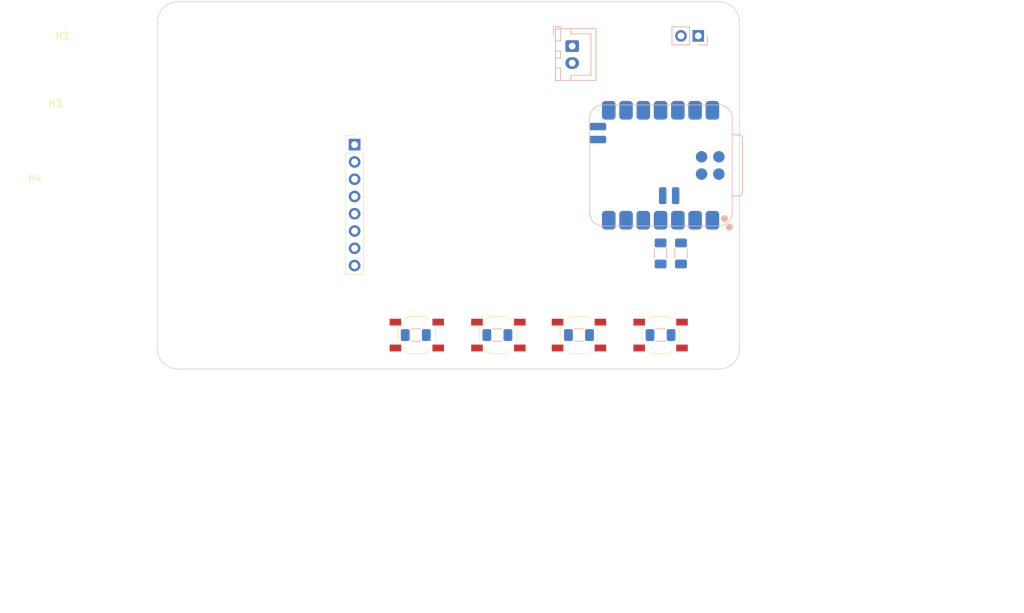
<source format=kicad_pcb>
(kicad_pcb (version 20241229) (generator "pcbnew") (generator_version "9.0")
  (title_block (title "PCB Business Card PCB") (date "2025-06-12") (rev "1.0") (company "Ranil Ganlath"))
  (layers (0 "F.Cu" signal) (2 "B.Cu" power) (13 "F.Paste" user) (15 "B.Paste" user) (5 "F.SilkS" user "F.Silkscreen") (7 "B.SilkS" user "B.Silkscreen") (1 "F.Mask" user) (3 "B.Mask" user) (25 "Edge.Cuts" user))
  (net 0 "")
  (net 1 "GND")
  (net 2 "Net-(BT1-Pin_1)")
  (net 3 "-BATT")
  (net 4 "MOSI")
  (net 5 "GPIO9")
  (net 6 "GPIO6")
  (net 7 "SCK")
  (net 8 "+BATT")
  (net 9 "GPIO0")
  (net 10 "GPIO3")
  (net 12 "+3.3V")
  (net 19 "GPIO7")
  (net 20 "GPIO5")
  (net 21 "GPIO4")
  (net 22 "GPIO2")
  (net 23 "GPIO1")
  (footprint "MountingHole:MountingHole_3mm" (layer "F.Cu") (at 45 45)
    (property "Reference" "H3" (at 0 -4 0) (layer "F.SilkS"))
    (property "Value" "MountingHole")
    (pad "" np_thru_hole circle (at 0 0) (size 3 3) (drill 3) (layers "*.Cu" "*.Mask"))
  )
  (footprint "MountingHole:MountingHole_3mm" (layer "F.Cu") (at 50 29)
    (property "Reference" "H1" (hide yes))
    (property "Value" "MountingHole")
    (pad "" np_thru_hole circle (at 0 0) (size 3 3) (drill 3) (layers "*.Cu" "*.Mask"))
  )
  (footprint "Button_Switch_SMD:SW_SPST_TL3342" (layer "F.Cu") (at 134 75)
    (property "Reference" "SW2" (hide yes))
    (property "Value" "SW_Push")
    (fp_line (start -2.75 -1) (end -2.75 1) (stroke (width 0.12)) (layer "F.SilkS"))
    (fp_line (start -1.7 -2.3) (end -1.25 -2.75) (stroke (width 0.12)) (layer "F.SilkS"))
    (fp_line (start -1.7 2.3) (end -1.25 2.75) (stroke (width 0.12)) (layer "F.SilkS"))
    (fp_line (start -1.25 -2.75) (end 1.25 -2.75) (stroke (width 0.12)) (layer "F.SilkS"))
    (fp_line (start -1.25 2.75) (end 1.25 2.75) (stroke (width 0.12)) (layer "F.SilkS"))
    (fp_line (start 1.7 -2.3) (end 1.25 -2.75) (stroke (width 0.12)) (layer "F.SilkS"))
    (fp_line (start 1.7 2.3) (end 1.25 2.75) (stroke (width 0.12)) (layer "F.SilkS"))
    (fp_line (start 2.75 -1) (end 2.75 1) (stroke (width 0.12)) (layer "F.SilkS"))
    (pad "1" smd rect (at -3.15 -1.9) (size 1.7 1) (layers "F.Cu" "F.Mask" "F.Paste") (net 12 "+3.3V"))
    (pad "1" smd rect (at 3.15 -1.9) (size 1.7 1) (layers "F.Cu" "F.Mask" "F.Paste") (net 12 "+3.3V"))
    (pad "2" smd rect (at -3.15 1.9) (size 1.7 1) (layers "F.Cu" "F.Mask" "F.Paste") (net 9 "GPIO0"))
    (pad "2" smd rect (at 3.15 1.9) (size 1.7 1) (layers "F.Cu" "F.Mask" "F.Paste") (net 9 "GPIO0"))
  )
  (footprint "MountingHole:MountingHole_3mm" (layer "F.Cu") (at 42 56)
    (property "Reference" "H4" (at 0 -4 0) (layer "F.SilkS"))
    (property "Value" "MountingHole")
    (pad "" np_thru_hole circle (at 0 0) (size 3 3) (drill 3) (layers "*.Cu" "*.Mask"))
  )
  (footprint "MountingHole:MountingHole_3mm" (layer "F.Cu") (at 46 35)
    (property "Reference" "H2" (at 0 -4 0) (layer "F.SilkS"))
    (property "Value" "MountingHole")
    (pad "" np_thru_hole circle (at 0 0) (size 3 3) (drill 3) (layers "*.Cu" "*.Mask"))
  )
  (footprint "Button_Switch_SMD:SW_SPST_TL3342" (layer "F.Cu") (at 98.15 75)
    (property "Reference" "SW5" (hide yes))
    (property "Value" "SW_Push")
    (fp_line (start -2.75 -1) (end -2.75 1) (stroke (width 0.12)) (layer "F.SilkS"))
    (fp_line (start -1.7 -2.3) (end -1.25 -2.75) (stroke (width 0.12)) (layer "F.SilkS"))
    (fp_line (start -1.7 2.3) (end -1.25 2.75) (stroke (width 0.12)) (layer "F.SilkS"))
    (fp_line (start -1.25 -2.75) (end 1.25 -2.75) (stroke (width 0.12)) (layer "F.SilkS"))
    (fp_line (start -1.25 2.75) (end 1.25 2.75) (stroke (width 0.12)) (layer "F.SilkS"))
    (fp_line (start 1.7 -2.3) (end 1.25 -2.75) (stroke (width 0.12)) (layer "F.SilkS"))
    (fp_line (start 1.7 2.3) (end 1.25 2.75) (stroke (width 0.12)) (layer "F.SilkS"))
    (fp_line (start 2.75 -1) (end 2.75 1) (stroke (width 0.12)) (layer "F.SilkS"))
    (pad "1" smd rect (at -3.15 -1.9) (size 1.7 1) (layers "F.Cu" "F.Mask" "F.Paste") (net 12 "+3.3V"))
    (pad "1" smd rect (at 3.15 -1.9) (size 1.7 1) (layers "F.Cu" "F.Mask" "F.Paste") (net 12 "+3.3V"))
    (pad "2" smd rect (at -3.15 1.9) (size 1.7 1) (layers "F.Cu" "F.Mask" "F.Paste") (net 10 "GPIO3"))
    (pad "2" smd rect (at 3.15 1.9) (size 1.7 1) (layers "F.Cu" "F.Mask" "F.Paste") (net 10 "GPIO3"))
  )
  (footprint "Button_Switch_SMD:SW_SPST_TL3342" (layer "F.Cu") (at 122 75)
    (property "Reference" "SW3" (hide yes))
    (property "Value" "SW_Push")
    (fp_line (start -2.75 -1) (end -2.75 1) (stroke (width 0.12)) (layer "F.SilkS"))
    (fp_line (start -1.7 -2.3) (end -1.25 -2.75) (stroke (width 0.12)) (layer "F.SilkS"))
    (fp_line (start -1.7 2.3) (end -1.25 2.75) (stroke (width 0.12)) (layer "F.SilkS"))
    (fp_line (start -1.25 -2.75) (end 1.25 -2.75) (stroke (width 0.12)) (layer "F.SilkS"))
    (fp_line (start -1.25 2.75) (end 1.25 2.75) (stroke (width 0.12)) (layer "F.SilkS"))
    (fp_line (start 1.7 -2.3) (end 1.25 -2.75) (stroke (width 0.12)) (layer "F.SilkS"))
    (fp_line (start 1.7 2.3) (end 1.25 2.75) (stroke (width 0.12)) (layer "F.SilkS"))
    (fp_line (start 2.75 -1) (end 2.75 1) (stroke (width 0.12)) (layer "F.SilkS"))
    (pad "1" smd rect (at -3.15 -1.9) (size 1.7 1) (layers "F.Cu" "F.Mask" "F.Paste") (net 12 "+3.3V"))
    (pad "1" smd rect (at 3.15 -1.9) (size 1.7 1) (layers "F.Cu" "F.Mask" "F.Paste") (net 12 "+3.3V"))
    (pad "2" smd rect (at -3.15 1.9) (size 1.7 1) (layers "F.Cu" "F.Mask" "F.Paste") (net 23 "GPIO1"))
    (pad "2" smd rect (at 3.15 1.9) (size 1.7 1) (layers "F.Cu" "F.Mask" "F.Paste") (net 23 "GPIO1"))
  )
  (footprint "Button_Switch_SMD:SW_SPST_TL3342" (layer "F.Cu") (at 110.15 75)
    (property "Reference" "SW4" (hide yes))
    (property "Value" "SW_Push")
    (fp_line (start -2.75 -1) (end -2.75 1) (stroke (width 0.12)) (layer "F.SilkS"))
    (fp_line (start -1.7 -2.3) (end -1.25 -2.75) (stroke (width 0.12)) (layer "F.SilkS"))
    (fp_line (start -1.7 2.3) (end -1.25 2.75) (stroke (width 0.12)) (layer "F.SilkS"))
    (fp_line (start -1.25 -2.75) (end 1.25 -2.75) (stroke (width 0.12)) (layer "F.SilkS"))
    (fp_line (start -1.25 2.75) (end 1.25 2.75) (stroke (width 0.12)) (layer "F.SilkS"))
    (fp_line (start 1.7 -2.3) (end 1.25 -2.75) (stroke (width 0.12)) (layer "F.SilkS"))
    (fp_line (start 1.7 2.3) (end 1.25 2.75) (stroke (width 0.12)) (layer "F.SilkS"))
    (fp_line (start 2.75 -1) (end 2.75 1) (stroke (width 0.12)) (layer "F.SilkS"))
    (pad "1" smd rect (at -3.15 -1.9) (size 1.7 1) (layers "F.Cu" "F.Mask" "F.Paste") (net 12 "+3.3V"))
    (pad "1" smd rect (at 3.15 -1.9) (size 1.7 1) (layers "F.Cu" "F.Mask" "F.Paste") (net 12 "+3.3V"))
    (pad "2" smd rect (at -3.15 1.9) (size 1.7 1) (layers "F.Cu" "F.Mask" "F.Paste") (net 22 "GPIO2"))
    (pad "2" smd rect (at 3.15 1.9) (size 1.7 1) (layers "F.Cu" "F.Mask" "F.Paste") (net 22 "GPIO2"))
  )
  (footprint "Connector_PinHeader_2.54mm:PinHeader_1x08_P2.54mm_Vertical" (layer "F.Cu") (at 89 47)
    (property "Reference" "J1" (hide yes))
    (property "Value" "1-14in IPS ST7789V Display")
    (fp_line (start -1.33 -1.33) (end 0 -1.33) (stroke (width 0.12)) (layer "F.SilkS"))
    (fp_line (start -1.33 0) (end -1.33 -1.33) (stroke (width 0.12)) (layer "F.SilkS"))
    (fp_line (start -1.33 1.27) (end -1.33 19.11) (stroke (width 0.12)) (layer "F.SilkS"))
    (fp_line (start -1.33 1.27) (end 1.33 1.27) (stroke (width 0.12)) (layer "F.SilkS"))
    (fp_line (start -1.33 19.11) (end 1.33 19.11) (stroke (width 0.12)) (layer "F.SilkS"))
    (fp_line (start 1.33 1.27) (end 1.33 19.11) (stroke (width 0.12)) (layer "F.SilkS"))
    (pad "1" thru_hole rect (at 0 0) (size 1.7 1.7) (drill 1) (layers "*.Cu" "*.Mask") (net 1 "GND"))
    (pad "2" thru_hole oval (at 0 2.54) (size 1.7 1.7) (drill 1) (layers "*.Cu" "*.Mask") (net 12 "+3.3V"))
    (pad "3" thru_hole oval (at 0 5.08) (size 1.7 1.7) (drill 1) (layers "*.Cu" "*.Mask") (net 7 "SCK"))
    (pad "4" thru_hole oval (at 0 7.62) (size 1.7 1.7) (drill 1) (layers "*.Cu" "*.Mask") (net 4 "MOSI"))
    (pad "5" thru_hole oval (at 0 10.16) (size 1.7 1.7) (drill 1) (layers "*.Cu" "*.Mask") (net 5 "GPIO9"))
    (pad "6" thru_hole oval (at 0 12.7) (size 1.7 1.7) (drill 1) (layers "*.Cu" "*.Mask") (net 19 "GPIO7"))
    (pad "7" thru_hole oval (at 0 15.24) (size 1.7 1.7) (drill 1) (layers "*.Cu" "*.Mask") (net 6 "GPIO6"))
    (pad "8" thru_hole oval (at 0 17.78) (size 1.7 1.7) (drill 1) (layers "*.Cu" "*.Mask") (net 20 "GPIO5"))
  )
  (footprint "Resistor_SMD:R_1206_3216Metric_Pad1.30x1.75mm_HandSolder" (layer "B.Cu") (at 134 63 -90)
    (property "Reference" "R1" (hide yes))
    (property "Value" "10kohm")
    (fp_line (start -0.727064 0.91) (end 0.727064 0.91) (stroke (width 0.12)) (layer "B.SilkS"))
    (fp_line (start -0.727064 -0.91) (end 0.727064 -0.91) (stroke (width 0.12)) (layer "B.SilkS"))
    (pad "1" smd roundrect (at -1.55 0 270) (size 1.3 1.75) (layers "B.Cu" "B.Mask" "B.Paste") (roundrect_rratio 0.192308) (net 8 "+BATT"))
    (pad "2" smd roundrect (at 1.55 0 270) (size 1.3 1.75) (layers "B.Cu" "B.Mask" "B.Paste") (roundrect_rratio 0.192308) (net 21 "GPIO4"))
  )
  (footprint "Resistor_SMD:R_1206_3216Metric_Pad1.30x1.75mm_HandSolder" (layer "B.Cu") (at 122 75)
    (property "Reference" "R4" (hide yes))
    (property "Value" "10kohm")
    (fp_line (start -0.727064 -0.91) (end 0.727064 -0.91) (stroke (width 0.12)) (layer "B.SilkS"))
    (fp_line (start -0.727064 0.91) (end 0.727064 0.91) (stroke (width 0.12)) (layer "B.SilkS"))
    (pad "1" smd roundrect (at -1.55 0) (size 1.3 1.75) (layers "B.Cu" "B.Mask" "B.Paste") (roundrect_rratio 0.192308) (net 23 "GPIO1"))
    (pad "2" smd roundrect (at 1.55 0) (size 1.3 1.75) (layers "B.Cu" "B.Mask" "B.Paste") (roundrect_rratio 0.192308) (net 1 "GND"))
  )
  (footprint "Connector_JST:JST_XH_B2B-XH-A_1x02_P2.50mm_Vertical" (layer "B.Cu") (at 121 32.5 -90)
    (property "Reference" "BT1" (hide yes))
    (property "Value" "Lipo Connector")
    (fp_line (start -2.85 2.75) (end -2.85 1.5) (stroke (width 0.12)) (layer "B.SilkS"))
    (fp_line (start -1.6 2.75) (end -2.85 2.75) (stroke (width 0.12)) (layer "B.SilkS"))
    (fp_line (start -2.56 2.46) (end -2.56 -3.51) (stroke (width 0.12)) (layer "B.SilkS"))
    (fp_line (start 5.06 2.46) (end -2.56 2.46) (stroke (width 0.12)) (layer "B.SilkS"))
    (fp_line (start -2.55 2.45) (end -2.55 1.7) (stroke (width 0.12)) (layer "B.SilkS"))
    (fp_line (start -0.75 2.45) (end -2.55 2.45) (stroke (width 0.12)) (layer "B.SilkS"))
    (fp_line (start 0.75 2.45) (end 0.75 1.7) (stroke (width 0.12)) (layer "B.SilkS"))
    (fp_line (start 1.75 2.45) (end 0.75 2.45) (stroke (width 0.12)) (layer "B.SilkS"))
    (fp_line (start 3.25 2.45) (end 3.25 1.7) (stroke (width 0.12)) (layer "B.SilkS"))
    (fp_line (start 5.05 2.45) (end 3.25 2.45) (stroke (width 0.12)) (layer "B.SilkS"))
    (fp_line (start -2.55 1.7) (end -0.75 1.7) (stroke (width 0.12)) (layer "B.SilkS"))
    (fp_line (start -0.75 1.7) (end -0.75 2.45) (stroke (width 0.12)) (layer "B.SilkS"))
    (fp_line (start 0.75 1.7) (end 1.75 1.7) (stroke (width 0.12)) (layer "B.SilkS"))
    (fp_line (start 1.75 1.7) (end 1.75 2.45) (stroke (width 0.12)) (layer "B.SilkS"))
    (fp_line (start 3.25 1.7) (end 5.05 1.7) (stroke (width 0.12)) (layer "B.SilkS"))
    (fp_line (start 5.05 1.7) (end 5.05 2.45) (stroke (width 0.12)) (layer "B.SilkS"))
    (fp_line (start -2.55 0.2) (end -1.8 0.2) (stroke (width 0.12)) (layer "B.SilkS"))
    (fp_line (start -1.8 0.2) (end -1.8 -2.75) (stroke (width 0.12)) (layer "B.SilkS"))
    (fp_line (start 4.3 0.2) (end 4.3 -2.75) (stroke (width 0.12)) (layer "B.SilkS"))
    (fp_line (start 5.05 0.2) (end 4.3 0.2) (stroke (width 0.12)) (layer "B.SilkS"))
    (fp_line (start -1.8 -2.75) (end 1.25 -2.75) (stroke (width 0.12)) (layer "B.SilkS"))
    (fp_line (start 4.3 -2.75) (end 1.25 -2.75) (stroke (width 0.12)) (layer "B.SilkS"))
    (fp_line (start -2.56 -3.51) (end 5.06 -3.51) (stroke (width 0.12)) (layer "B.SilkS"))
    (fp_line (start 5.06 -3.51) (end 5.06 2.46) (stroke (width 0.12)) (layer "B.SilkS"))
    (pad "1" thru_hole roundrect (at 0 0 270) (size 1.7 2) (drill 1) (layers "*.Cu" "*.Mask") (roundrect_rratio 0.147059) (net 2 "Net-(BT1-Pin_1)"))
    (pad "2" thru_hole oval (at 2.5 0 270) (size 1.7 2) (drill 1) (layers "*.Cu" "*.Mask") (net 3 "-BATT"))
  )
  (footprint "Resistor_SMD:R_1206_3216Metric_Pad1.30x1.75mm_HandSolder" (layer "B.Cu") (at 134 75)
    (property "Reference" "R3" (hide yes))
    (property "Value" "10kohm")
    (fp_line (start -0.727064 -0.91) (end 0.727064 -0.91) (stroke (width 0.12)) (layer "B.SilkS"))
    (fp_line (start -0.727064 0.91) (end 0.727064 0.91) (stroke (width 0.12)) (layer "B.SilkS"))
    (pad "1" smd roundrect (at -1.55 0) (size 1.3 1.75) (layers "B.Cu" "B.Mask" "B.Paste") (roundrect_rratio 0.192308) (net 9 "GPIO0"))
    (pad "2" smd roundrect (at 1.55 0) (size 1.3 1.75) (layers "B.Cu" "B.Mask" "B.Paste") (roundrect_rratio 0.192308) (net 1 "GND"))
  )
  (footprint "GanlathLib:XIAO-nRF52840-SMD" (layer "B.Cu") (at 134 50 90)
    (property "Reference" "U1" (hide yes))
    (property "Value" "XIAO nRF52840")
    (fp_line (start -7.04 -10.418) (end 6.93 -10.418) (stroke (width 0.1)) (layer "B.SilkS"))
    (fp_line (start 8.835 -8.513) (end 8.835 8.632) (stroke (width 0.1)) (layer "B.SilkS"))
    (fp_line (start -8.945 -8.513) (end -8.945 8.632) (stroke (width 0.1)) (layer "B.SilkS"))
    (fp_line (start 6.93 10.537) (end -7.04 10.537) (stroke (width 0.1)) (layer "B.SilkS"))
    (fp_line (start -4.55 10.537) (end -4.546272 11.547272) (stroke (width 0.127)) (layer "B.SilkS"))
    (fp_line (start 4.449 11.547) (end 4.449 10.537) (stroke (width 0.127)) (layer "B.SilkS"))
    (fp_line (start -4.046272 12.047) (end 3.949 12.047) (stroke (width 0.127)) (layer "B.SilkS"))
    (fp_arc (start 6.93 -10.418) (mid 8.277038 -9.860038) (end 8.835 -8.513) (stroke (width 0.1)) (layer "B.SilkS"))
    (fp_arc (start -8.945 -8.513) (mid -8.387038 -9.860038) (end -7.04 -10.418) (stroke (width 0.1)) (layer "B.SilkS"))
    (fp_arc (start 8.835 8.632) (mid 8.277024 9.979024) (end 6.93 10.537) (stroke (width 0.1)) (layer "B.SilkS"))
    (fp_arc (start -7.04 10.541) (mid -8.387038 9.983038) (end -8.945 8.636) (stroke (width 0.1)) (layer "B.SilkS"))
    (fp_arc (start 4.449 11.547) (mid 4.302524 11.900524) (end 3.949 12.047) (stroke (width 0.127)) (layer "B.SilkS"))
    (fp_arc (start -4.046272 12.047) (mid -4.399724 11.900644) (end -4.546272 11.547272) (stroke (width 0.127)) (layer "B.SilkS"))
    (fp_circle (center -7.881 9.404) (end -7.881 9.658) (stroke (width 0.5)) (fill yes) (layer "B.SilkS"))
    (fp_circle (center -9.155 10.121) (end -9.155 10.375) (stroke (width 0.5)) (fill yes) (layer "B.SilkS"))
    (pad "1" smd roundrect (at -8.11 7.62 90) (size 2.75 2) (layers "B.Cu" "B.Mask" "B.Paste") (net 9 "GPIO0"))
    (pad "2" smd roundrect (at -8.11 5.08 90) (size 2.75 2) (layers "B.Cu" "B.Mask" "B.Paste") (net 23 "GPIO1"))
    (pad "3" smd roundrect (at -8.11 2.54 90) (size 2.75 2) (layers "B.Cu" "B.Mask" "B.Paste") (net 22 "GPIO2"))
    (pad "4" smd roundrect (at -8.11 0 90) (size 2.75 2) (layers "B.Cu" "B.Mask" "B.Paste") (net 10 "GPIO3"))
    (pad "5" smd roundrect (at -8.11 -2.54 90) (size 2.75 2) (layers "B.Cu" "B.Mask" "B.Paste") (net 21 "GPIO4"))
    (pad "6" smd roundrect (at -8.11 -5.08 90) (size 2.75 2) (layers "B.Cu" "B.Mask" "B.Paste") (net 20 "GPIO5"))
    (pad "7" smd roundrect (at -8.11 -7.62 90) (size 2.75 2) (layers "B.Cu" "B.Mask" "B.Paste") (net 6 "GPIO6"))
    (pad "8" smd roundrect (at 8.055 -7.62 90) (size 2.75 2) (layers "B.Cu" "B.Mask" "B.Paste") (net 19 "GPIO7"))
    (pad "9" smd roundrect (at 8.055 -5.08 90) (size 2.75 2) (layers "B.Cu" "B.Mask" "B.Paste") (net 7 "SCK"))
    (pad "10" smd roundrect (at 8.055 -2.54 90) (size 2.75 2) (layers "B.Cu" "B.Mask" "B.Paste") (net 5 "GPIO9"))
    (pad "11" smd roundrect (at 8.055 0 90) (size 2.75 2) (layers "B.Cu" "B.Mask" "B.Paste") (net 4 "MOSI"))
    (pad "12" smd roundrect (at 8.055 2.54 90) (size 2.75 2) (layers "B.Cu" "B.Mask" "B.Paste") (net 12 "+3.3V"))
    (pad "13" smd roundrect (at 8.055 5.08 90) (size 2.75 2) (layers "B.Cu" "B.Mask" "B.Paste") (net 1 "GND"))
    (pad "14" smd roundrect (at 8.055 7.62 90) (size 2.75 2) (layers "B.Cu" "B.Mask" "B.Paste"))
    (pad "15" smd roundrect (at -4.5 0.3135 270) (size 2.5 1.1) (layers "B.Cu" "B.Mask" "B.Paste") (net 8 "+BATT"))
    (pad "16" smd roundrect (at -4.5 2.2185 270) (size 2.5 1.1) (layers "B.Cu" "B.Mask" "B.Paste") (net 3 "-BATT"))
    (pad "17" smd roundrect (at 3.755 -9.2369 180) (size 2.5 1.1) (layers "B.Cu" "B.Mask" "B.Paste"))
    (pad "18" smd roundrect (at 5.66 -9.2369 180) (size 2.5 1.1) (layers "B.Cu" "B.Mask" "B.Paste"))
    (pad "19" smd circle (at -1.325 8.5685 90) (size 1.7 1.7) (layers "B.Cu" "B.Mask" "B.Paste"))
    (pad "20" smd circle (at 1.215 8.5685 90) (size 1.7 1.7) (layers "B.Cu" "B.Mask" "B.Paste"))
    (pad "21" smd circle (at -1.325 6.0285 90) (size 1.7 1.7) (layers "B.Cu" "B.Mask" "B.Paste"))
    (pad "22" smd circle (at 1.215 6.0285 90) (size 1.7 1.7) (layers "B.Cu" "B.Mask" "B.Paste"))
  )
  (footprint "Resistor_SMD:R_1206_3216Metric_Pad1.30x1.75mm_HandSolder" (layer "B.Cu") (at 98 75)
    (property "Reference" "R6" (hide yes))
    (property "Value" "10kohm")
    (fp_line (start -0.727064 -0.91) (end 0.727064 -0.91) (stroke (width 0.12)) (layer "B.SilkS"))
    (fp_line (start -0.727064 0.91) (end 0.727064 0.91) (stroke (width 0.12)) (layer "B.SilkS"))
    (pad "1" smd roundrect (at -1.55 0) (size 1.3 1.75) (layers "B.Cu" "B.Mask" "B.Paste") (roundrect_rratio 0.192308) (net 10 "GPIO3"))
    (pad "2" smd roundrect (at 1.55 0) (size 1.3 1.75) (layers "B.Cu" "B.Mask" "B.Paste") (roundrect_rratio 0.192308) (net 1 "GND"))
  )
  (footprint "Connector_PinHeader_2.54mm:PinHeader_1x02_P2.54mm_Vertical" (layer "B.Cu") (at 139.54 31 90)
    (property "Reference" "SW1" (hide yes))
    (property "Value" "Main Power")
    (fp_line (start -1.33 -3.87) (end 1.33 -3.87) (stroke (width 0.12)) (layer "B.SilkS"))
    (fp_line (start 1.33 -1.27) (end 1.33 -3.87) (stroke (width 0.12)) (layer "B.SilkS"))
    (fp_line (start -1.33 -1.27) (end -1.33 -3.87) (stroke (width 0.12)) (layer "B.SilkS"))
    (fp_line (start -1.33 -1.27) (end 1.33 -1.27) (stroke (width 0.12)) (layer "B.SilkS"))
    (fp_line (start -1.33 0) (end -1.33 1.33) (stroke (width 0.12)) (layer "B.SilkS"))
    (fp_line (start -1.33 1.33) (end 0 1.33) (stroke (width 0.12)) (layer "B.SilkS"))
    (pad "1" thru_hole rect (at 0 0 90) (size 1.7 1.7) (drill 1) (layers "*.Cu" "*.Mask") (net 2 "Net-(BT1-Pin_1)"))
    (pad "2" thru_hole oval (at 0 -2.54 90) (size 1.7 1.7) (drill 1) (layers "*.Cu" "*.Mask") (net 8 "+BATT"))
  )
  (footprint "Resistor_SMD:R_1206_3216Metric_Pad1.30x1.75mm_HandSolder" (layer "B.Cu") (at 137 63 90)
    (property "Reference" "R2" (hide yes))
    (property "Value" "22kohm")
    (fp_line (start -0.727064 -0.91) (end 0.727064 -0.91) (stroke (width 0.12)) (layer "B.SilkS"))
    (fp_line (start -0.727064 0.91) (end 0.727064 0.91) (stroke (width 0.12)) (layer "B.SilkS"))
    (pad "1" smd roundrect (at -1.55 0 90) (size 1.3 1.75) (layers "B.Cu" "B.Mask" "B.Paste") (roundrect_rratio 0.192308) (net 21 "GPIO4"))
    (pad "2" smd roundrect (at 1.55 0 90) (size 1.3 1.75) (layers "B.Cu" "B.Mask" "B.Paste") (roundrect_rratio 0.192308) (net 3 "-BATT"))
  )
  (footprint "Resistor_SMD:R_1206_3216Metric_Pad1.30x1.75mm_HandSolder" (layer "B.Cu") (at 110 75)
    (property "Reference" "R5" (hide yes))
    (property "Value" "10kohm")
    (fp_line (start -0.727064 -0.91) (end 0.727064 -0.91) (stroke (width 0.12)) (layer "B.SilkS"))
    (fp_line (start -0.727064 0.91) (end 0.727064 0.91) (stroke (width 0.12)) (layer "B.SilkS"))
    (pad "1" smd roundrect (at -1.55 0) (size 1.3 1.75) (layers "B.Cu" "B.Mask" "B.Paste") (roundrect_rratio 0.192308) (net 22 "GPIO2"))
    (pad "2" smd roundrect (at 1.55 0) (size 1.3 1.75) (layers "B.Cu" "B.Mask" "B.Paste") (roundrect_rratio 0.192308) (net 1 "GND"))
  )
  (gr_arc (start 145.6 77) (mid 144.72132 79.12132) (end 142.6 80) (stroke (width 0.1)) (layer "Edge.Cuts"))
  (gr_arc (start 142.6 26) (mid 144.72132 26.87868) (end 145.6 29) (stroke (width 0.1)) (layer "Edge.Cuts"))
  (gr_line (start 145.6 29) (end 145.6 77) (stroke (width 0.1)) (layer "Edge.Cuts"))
  (gr_arc (start 60 29) (mid 60.87868 26.87868) (end 63 26) (stroke (width 0.1)) (layer "Edge.Cuts"))
  (gr_line (start 142.6 80) (end 63 80) (stroke (width 0.1)) (layer "Edge.Cuts"))
  (gr_arc (start 63 80) (mid 60.87868 79.12132) (end 60 77) (stroke (width 0.1)) (layer "Edge.Cuts"))
  (gr_line (start 60 77) (end 60 29) (stroke (width 0.1)) (layer "Edge.Cuts"))
  (gr_line (start 63 26) (end 142.6 26) (stroke (width 0.1)) (layer "Edge.Cuts"))
)
</source>
